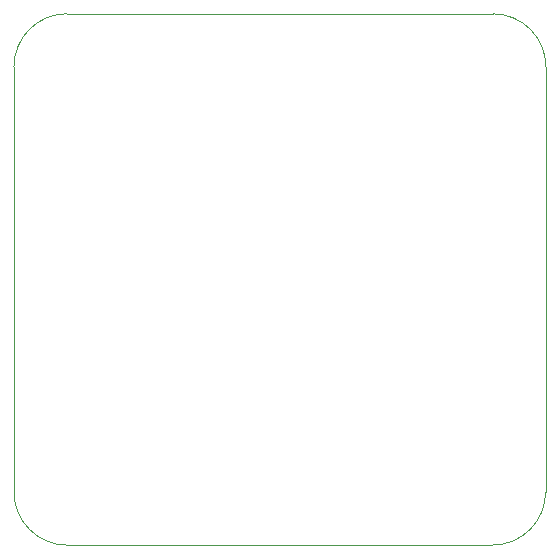
<source format=gbr>
%TF.GenerationSoftware,KiCad,Pcbnew,(6.0.0-rc1-76-g1e8284bc1a)*%
%TF.CreationDate,2022-09-28T09:07:56+05:30*%
%TF.ProjectId,extension_Board,65787465-6e73-4696-9f6e-5f426f617264,rev?*%
%TF.SameCoordinates,Original*%
%TF.FileFunction,Profile,NP*%
%FSLAX46Y46*%
G04 Gerber Fmt 4.6, Leading zero omitted, Abs format (unit mm)*
G04 Created by KiCad (PCBNEW (6.0.0-rc1-76-g1e8284bc1a)) date 2022-09-28 09:07:56*
%MOMM*%
%LPD*%
G01*
G04 APERTURE LIST*
%TA.AperFunction,Profile*%
%ADD10C,0.100000*%
%TD*%
G04 APERTURE END LIST*
D10*
X39500000Y-25000000D02*
X75543019Y-25006981D01*
X80043019Y-29506981D02*
G75*
G03*
X75543019Y-25006981I-4499998J2D01*
G01*
X75518019Y-69993019D02*
G75*
G03*
X80018019Y-65493019I2J4499998D01*
G01*
X35006981Y-65493019D02*
G75*
G03*
X39506981Y-69993019I4499998J-2D01*
G01*
X75518019Y-69993019D02*
X39506981Y-69993019D01*
X39500000Y-25000000D02*
G75*
G03*
X35000000Y-29500000I-2J-4499998D01*
G01*
X80043019Y-29506981D02*
X80018019Y-65493019D01*
X35000000Y-29500000D02*
X35006981Y-65493019D01*
M02*

</source>
